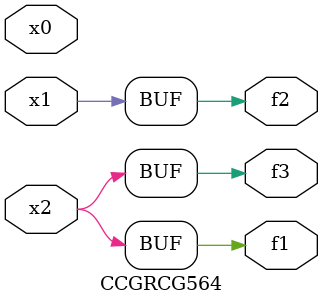
<source format=v>
module CCGRCG564(
	input x0, x1, x2,
	output f1, f2, f3
);
	assign f1 = x2;
	assign f2 = x1;
	assign f3 = x2;
endmodule

</source>
